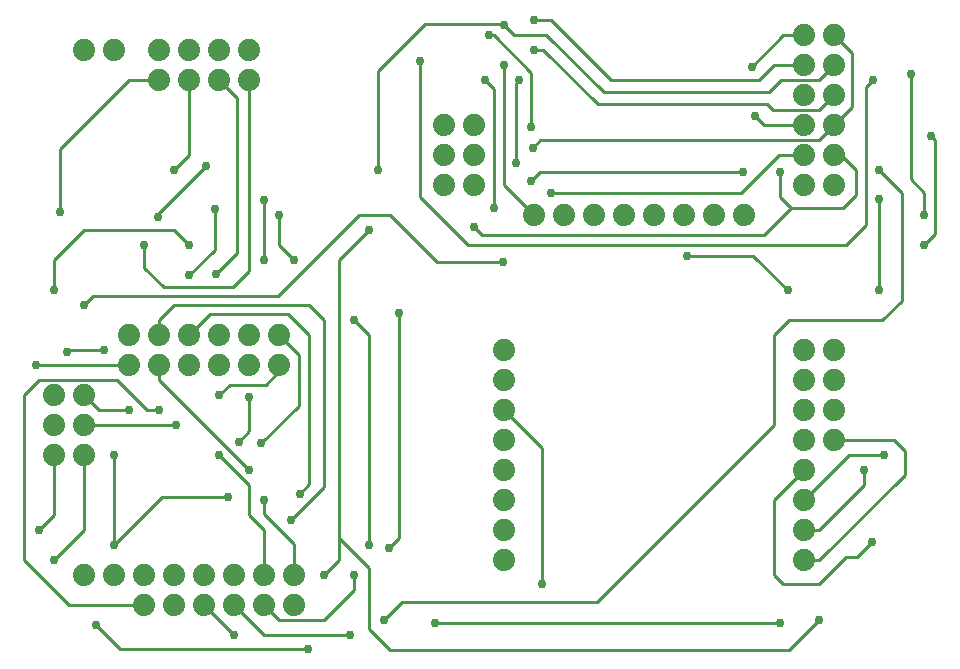
<source format=gbr>
G04 EAGLE Gerber RS-274X export*
G75*
%MOMM*%
%FSLAX34Y34*%
%LPD*%
%INBottom Copper*%
%IPPOS*%
%AMOC8*
5,1,8,0,0,1.08239X$1,22.5*%
G01*
%ADD10C,1.879600*%
%ADD11C,0.756400*%
%ADD12C,0.254000*%


D10*
X622300Y381000D03*
X596900Y381000D03*
X571500Y381000D03*
X546100Y381000D03*
X63500Y76200D03*
X88900Y76200D03*
X114300Y76200D03*
X139700Y76200D03*
X165100Y76200D03*
X190500Y76200D03*
X215900Y76200D03*
X241300Y76200D03*
X101600Y279400D03*
X127000Y279400D03*
X152400Y279400D03*
X177800Y279400D03*
X203200Y279400D03*
X228600Y279400D03*
X101600Y254000D03*
X127000Y254000D03*
X152400Y254000D03*
X177800Y254000D03*
X203200Y254000D03*
X228600Y254000D03*
X673100Y266700D03*
X673100Y241300D03*
X673100Y215900D03*
X673100Y190500D03*
X673100Y165100D03*
X673100Y139700D03*
X673100Y114300D03*
X673100Y88900D03*
X419100Y88900D03*
X419100Y114300D03*
X419100Y139700D03*
X419100Y165100D03*
X419100Y190500D03*
X419100Y215900D03*
X419100Y241300D03*
X419100Y266700D03*
X698500Y190500D03*
X698500Y215900D03*
X698500Y241300D03*
X698500Y266700D03*
X520700Y381000D03*
X495300Y381000D03*
X469900Y381000D03*
X444500Y381000D03*
X63500Y520700D03*
X88900Y520700D03*
X127000Y495300D03*
X127000Y520700D03*
X152400Y495300D03*
X152400Y520700D03*
X177800Y495300D03*
X177800Y520700D03*
X203200Y495300D03*
X203200Y520700D03*
X673100Y457200D03*
X698500Y457200D03*
X673100Y431800D03*
X698500Y431800D03*
X673100Y406400D03*
X698500Y406400D03*
X698500Y482600D03*
X673100Y482600D03*
X698500Y508000D03*
X673100Y508000D03*
X698500Y533400D03*
X673100Y533400D03*
X368300Y457200D03*
X393700Y457200D03*
X368300Y431800D03*
X393700Y431800D03*
X368300Y406400D03*
X393700Y406400D03*
X63500Y177800D03*
X38100Y177800D03*
X63500Y203200D03*
X38100Y203200D03*
X63500Y228600D03*
X38100Y228600D03*
X114300Y50800D03*
X139700Y50800D03*
X165100Y50800D03*
X190500Y50800D03*
X215900Y50800D03*
X241300Y50800D03*
D11*
X628650Y506730D03*
D12*
X655320Y533400D01*
X673100Y533400D01*
D11*
X441960Y455930D03*
D12*
X441960Y501650D01*
X410210Y533400D01*
X406400Y533400D01*
D11*
X406400Y533400D03*
X441960Y410210D03*
D12*
X449580Y417830D02*
X621030Y417830D01*
X449580Y417830D02*
X441960Y410210D01*
D11*
X621030Y417830D03*
X152400Y330200D03*
D12*
X173990Y351790D02*
X173990Y386080D01*
X173990Y351790D02*
X152400Y330200D01*
D11*
X173990Y386080D03*
X685800Y38100D03*
X266700Y76200D03*
X410210Y387350D03*
D12*
X410210Y487680D02*
X402590Y495300D01*
X410210Y487680D02*
X410210Y387350D01*
D11*
X402590Y495300D03*
D12*
X279400Y107950D02*
X279400Y88900D01*
X266700Y76200D01*
X660400Y12700D02*
X685800Y38100D01*
X322580Y12700D02*
X304800Y30480D01*
X322580Y12700D02*
X660400Y12700D01*
X304800Y30480D02*
X304800Y82550D01*
X279400Y107950D01*
X279400Y342900D02*
X304800Y368300D01*
D11*
X304800Y368300D03*
D12*
X279400Y342900D02*
X279400Y107950D01*
X629920Y346710D02*
X659130Y317500D01*
D11*
X659130Y317500D03*
D12*
X629920Y346710D02*
X574040Y346710D01*
D11*
X574040Y346710D03*
X736600Y317500D03*
D12*
X736600Y394970D01*
D11*
X736600Y394970D03*
X780318Y448310D03*
D12*
X784128Y444500D01*
X784128Y365028D01*
X774700Y355600D01*
D11*
X774700Y355600D03*
X774700Y381000D03*
D12*
X763270Y411480D02*
X763270Y500380D01*
D11*
X763270Y500380D03*
D12*
X774700Y400050D02*
X774700Y381000D01*
X774700Y400050D02*
X763270Y411480D01*
D11*
X419100Y541558D03*
D12*
X416560Y541558D01*
X415290Y542828D01*
X352328Y542828D01*
X312420Y502920D02*
X312420Y419100D01*
D11*
X312420Y419100D03*
D12*
X312420Y502920D02*
X352328Y542828D01*
X419100Y541558D02*
X427258Y533400D01*
X454660Y533400D01*
X653447Y495300D02*
X685800Y495300D01*
X653447Y495300D02*
X643033Y484886D01*
X503174Y484886D02*
X454660Y533400D01*
X503174Y484886D02*
X643033Y484886D01*
X685800Y495300D02*
X698500Y508000D01*
X444500Y381000D02*
X419100Y406400D01*
X419100Y508000D01*
D11*
X419100Y508000D03*
X347980Y511810D03*
D12*
X347980Y396240D01*
X388620Y355600D01*
X708660Y355600D01*
D11*
X731520Y495300D03*
D12*
X725424Y489204D01*
X725424Y372364D01*
X708660Y355600D01*
D11*
X125730Y379730D03*
D12*
X125730Y382270D02*
X166370Y422910D01*
X125730Y382270D02*
X125730Y379730D01*
D11*
X166370Y422910D03*
X360680Y35560D03*
D12*
X652780Y35560D01*
D11*
X652780Y35560D03*
X241300Y342900D03*
D12*
X228600Y355600D01*
X228600Y381000D01*
D11*
X228600Y381000D03*
X175260Y331470D03*
D12*
X193040Y349250D02*
X193040Y480060D01*
X193040Y349250D02*
X175260Y331470D01*
X193040Y480060D02*
X177800Y495300D01*
D11*
X43152Y383540D03*
D12*
X43152Y436852D02*
X101600Y495300D01*
X127000Y495300D01*
X43152Y436852D02*
X43152Y383540D01*
D11*
X114300Y355600D03*
D12*
X114300Y336550D02*
X130810Y320040D01*
X114300Y336550D02*
X114300Y355600D01*
X130810Y320040D02*
X189230Y320040D01*
X203200Y334010D01*
X203200Y495300D01*
X152400Y495300D02*
X152400Y431800D01*
X139700Y419100D01*
D11*
X139700Y419100D03*
X215900Y342900D03*
D12*
X215900Y393700D01*
D11*
X215900Y393700D03*
D12*
X685800Y469900D02*
X698500Y482600D01*
X685800Y469900D02*
X646430Y469900D01*
X641350Y474980D01*
X498000Y474980D01*
D11*
X444500Y520860D03*
D12*
X452120Y520860D02*
X498000Y474980D01*
X452120Y520860D02*
X444500Y520860D01*
D11*
X443230Y438150D03*
D12*
X685800Y444500D02*
X698500Y457200D01*
X713740Y518160D02*
X698500Y533400D01*
X713740Y472440D02*
X698500Y457200D01*
X713740Y472440D02*
X713740Y518160D01*
X685800Y444500D02*
X449580Y444500D01*
X443230Y438150D01*
D11*
X431800Y495300D03*
X429260Y425450D03*
D12*
X429260Y492760D02*
X431800Y495300D01*
X429260Y492760D02*
X429260Y425450D01*
D11*
X444500Y546100D03*
D12*
X509270Y495300D02*
X635000Y495300D01*
X647700Y508000D02*
X673100Y508000D01*
X647700Y508000D02*
X635000Y495300D01*
X458470Y546100D02*
X444500Y546100D01*
X458470Y546100D02*
X509270Y495300D01*
D11*
X63500Y304800D03*
D12*
X70866Y312166D01*
X227178Y312166D01*
X296012Y381000D01*
X322580Y381000D02*
X361950Y341630D01*
X417830Y341630D01*
D11*
X417830Y341630D03*
X458470Y400050D03*
D12*
X619760Y400050D01*
X651510Y431800D01*
X673100Y431800D01*
X322580Y381000D02*
X296012Y381000D01*
D11*
X652780Y417830D03*
D12*
X652780Y396240D01*
X661670Y387350D01*
X704090Y431800D02*
X716790Y419100D01*
X704090Y431800D02*
X698500Y431800D01*
X706120Y387350D02*
X661670Y387350D01*
X706120Y387350D02*
X716790Y398020D01*
X716790Y419100D01*
X661670Y387350D02*
X638810Y364490D01*
X400050Y364490D01*
X393700Y370840D01*
D11*
X393700Y370840D03*
X38100Y317500D03*
D12*
X38100Y342900D01*
X63500Y368300D01*
X139700Y368300D02*
X152400Y355600D01*
D11*
X152400Y355600D03*
D12*
X139700Y368300D02*
X63500Y368300D01*
D11*
X736600Y419100D03*
D12*
X660400Y292100D02*
X647700Y279400D01*
X647700Y203200D01*
X497840Y53340D01*
X638810Y457200D02*
X673100Y457200D01*
X638810Y457200D02*
X631190Y464820D01*
D11*
X631190Y464820D03*
X317500Y38100D03*
D12*
X332740Y53340D01*
X497840Y53340D01*
X755650Y400050D02*
X736600Y419100D01*
X755650Y400050D02*
X755650Y308610D01*
X739140Y292100D01*
X660400Y292100D01*
D11*
X22860Y254000D03*
D12*
X101600Y254000D01*
D11*
X25400Y114300D03*
D12*
X38100Y127000D01*
X38100Y177800D01*
X190500Y50800D02*
X215900Y25400D01*
X288262Y25400D02*
X288290Y25372D01*
X288262Y25400D02*
X215900Y25400D01*
D11*
X288290Y25372D03*
X304800Y101600D03*
D12*
X304800Y279400D01*
X292100Y292100D01*
D11*
X292100Y292100D03*
X185420Y142240D03*
D12*
X129540Y142240D01*
X88900Y101600D01*
D11*
X88900Y101600D03*
D12*
X88900Y177800D01*
D11*
X88900Y177800D03*
D12*
X76200Y215900D02*
X63500Y228600D01*
X76200Y215900D02*
X101600Y215900D01*
D11*
X101600Y215900D03*
X203200Y165100D03*
D12*
X127000Y241300D02*
X127000Y254000D01*
X127000Y241300D02*
X203200Y165100D01*
D11*
X80010Y266700D03*
D12*
X50800Y266700D01*
X48768Y264668D01*
D11*
X48768Y264668D03*
X252730Y13942D03*
D12*
X94008Y13942D01*
X73660Y34290D01*
D11*
X73660Y34290D03*
X38100Y88900D03*
D12*
X63500Y114300D01*
X63500Y177800D01*
D11*
X140970Y203200D03*
D12*
X63500Y203200D01*
X25400Y241300D02*
X12700Y228600D01*
X25400Y241300D02*
X91440Y241300D01*
X116840Y215900D02*
X127000Y215900D01*
X116840Y215900D02*
X91440Y241300D01*
D11*
X127000Y215900D03*
D12*
X114300Y50800D02*
X50800Y50800D01*
X12700Y88900D01*
X12700Y228600D01*
D11*
X292100Y76200D03*
D12*
X266700Y38100D02*
X228600Y38100D01*
X215900Y50800D01*
X266700Y38100D02*
X292100Y63500D01*
X292100Y76200D01*
X190500Y25400D02*
X165100Y50800D01*
D11*
X190500Y25400D03*
X177800Y177800D03*
D12*
X203200Y127000D02*
X215900Y114300D01*
X215900Y76200D01*
X203200Y127000D02*
X203200Y152400D01*
X177800Y177800D01*
D11*
X215900Y139700D03*
D12*
X215900Y128270D02*
X241300Y102870D01*
X215900Y128270D02*
X215900Y139700D01*
X241300Y102870D02*
X241300Y76200D01*
D11*
X321310Y99060D03*
X330200Y298450D03*
D12*
X330200Y107950D01*
X321310Y99060D01*
D11*
X238760Y123190D03*
D12*
X266700Y151130D01*
X266700Y292100D01*
X254000Y304800D01*
X139700Y304800D01*
X127000Y292100D01*
X127000Y279400D01*
D11*
X245884Y145100D03*
D12*
X254000Y153216D01*
X254000Y279400D01*
X236220Y297180D01*
X170180Y297180D01*
X152400Y279400D01*
X228600Y279400D02*
X245110Y262890D01*
X245110Y219710D02*
X213360Y187960D01*
D11*
X213360Y187960D03*
D12*
X245110Y219710D02*
X245110Y262890D01*
D11*
X194310Y189230D03*
D12*
X203200Y198120D01*
D11*
X203200Y227330D03*
D12*
X203200Y198120D01*
D11*
X177800Y228600D03*
D12*
X186690Y237490D01*
X217170Y237490D01*
X228600Y248920D01*
X228600Y254000D01*
D11*
X450850Y68580D03*
D12*
X450850Y184150D01*
X419100Y215900D01*
X647700Y139700D02*
X673100Y165100D01*
X647700Y139700D02*
X647700Y76200D01*
D11*
X730250Y104450D03*
D12*
X717680Y91880D02*
X708755Y91880D01*
X717680Y91880D02*
X730250Y104450D01*
X708755Y91880D02*
X685800Y68925D01*
X654975Y68925D02*
X647700Y76200D01*
X654975Y68925D02*
X685800Y68925D01*
D11*
X740410Y177800D03*
D12*
X711200Y177800D01*
X673100Y139700D01*
X673100Y114300D02*
X685800Y114300D01*
X723900Y152400D02*
X723900Y165100D01*
D11*
X723900Y165100D03*
D12*
X723900Y152400D02*
X685800Y114300D01*
X685800Y88900D02*
X673100Y88900D01*
X758190Y161290D02*
X758190Y181610D01*
X749300Y190500D01*
X698500Y190500D01*
X758190Y161290D02*
X685800Y88900D01*
M02*

</source>
